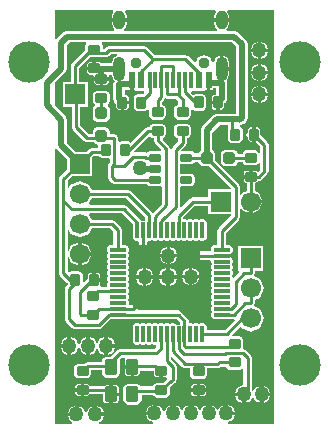
<source format=gtl>
G04 Layer_Physical_Order=1*
G04 Layer_Color=255*
%FSLAX25Y25*%
%MOIN*%
G70*
G01*
G75*
%ADD10C,0.01000*%
G04:AMPARAMS|DCode=11|XSize=11.81mil|YSize=55.12mil|CornerRadius=2.95mil|HoleSize=0mil|Usage=FLASHONLY|Rotation=270.000|XOffset=0mil|YOffset=0mil|HoleType=Round|Shape=RoundedRectangle|*
%AMROUNDEDRECTD11*
21,1,0.01181,0.04921,0,0,270.0*
21,1,0.00591,0.05512,0,0,270.0*
1,1,0.00591,-0.02461,-0.00295*
1,1,0.00591,-0.02461,0.00295*
1,1,0.00591,0.02461,0.00295*
1,1,0.00591,0.02461,-0.00295*
%
%ADD11ROUNDEDRECTD11*%
G04:AMPARAMS|DCode=12|XSize=11.81mil|YSize=55.12mil|CornerRadius=2.95mil|HoleSize=0mil|Usage=FLASHONLY|Rotation=180.000|XOffset=0mil|YOffset=0mil|HoleType=Round|Shape=RoundedRectangle|*
%AMROUNDEDRECTD12*
21,1,0.01181,0.04921,0,0,180.0*
21,1,0.00591,0.05512,0,0,180.0*
1,1,0.00591,-0.00295,0.02461*
1,1,0.00591,0.00295,0.02461*
1,1,0.00591,0.00295,-0.02461*
1,1,0.00591,-0.00295,-0.02461*
%
%ADD12ROUNDEDRECTD12*%
G04:AMPARAMS|DCode=13|XSize=31.5mil|YSize=39.37mil|CornerRadius=4.72mil|HoleSize=0mil|Usage=FLASHONLY|Rotation=90.000|XOffset=0mil|YOffset=0mil|HoleType=Round|Shape=RoundedRectangle|*
%AMROUNDEDRECTD13*
21,1,0.03150,0.02992,0,0,90.0*
21,1,0.02205,0.03937,0,0,90.0*
1,1,0.00945,0.01496,0.01102*
1,1,0.00945,0.01496,-0.01102*
1,1,0.00945,-0.01496,-0.01102*
1,1,0.00945,-0.01496,0.01102*
%
%ADD13ROUNDEDRECTD13*%
G04:AMPARAMS|DCode=14|XSize=51.18mil|YSize=43.31mil|CornerRadius=5.41mil|HoleSize=0mil|Usage=FLASHONLY|Rotation=270.000|XOffset=0mil|YOffset=0mil|HoleType=Round|Shape=RoundedRectangle|*
%AMROUNDEDRECTD14*
21,1,0.05118,0.03248,0,0,270.0*
21,1,0.04035,0.04331,0,0,270.0*
1,1,0.01083,-0.01624,-0.02018*
1,1,0.01083,-0.01624,0.02018*
1,1,0.01083,0.01624,0.02018*
1,1,0.01083,0.01624,-0.02018*
%
%ADD14ROUNDEDRECTD14*%
G04:AMPARAMS|DCode=15|XSize=31.5mil|YSize=39.37mil|CornerRadius=4.72mil|HoleSize=0mil|Usage=FLASHONLY|Rotation=0.000|XOffset=0mil|YOffset=0mil|HoleType=Round|Shape=RoundedRectangle|*
%AMROUNDEDRECTD15*
21,1,0.03150,0.02992,0,0,0.0*
21,1,0.02205,0.03937,0,0,0.0*
1,1,0.00945,0.01102,-0.01496*
1,1,0.00945,-0.01102,-0.01496*
1,1,0.00945,-0.01102,0.01496*
1,1,0.00945,0.01102,0.01496*
%
%ADD15ROUNDEDRECTD15*%
G04:AMPARAMS|DCode=16|XSize=23.62mil|YSize=43.31mil|CornerRadius=3.54mil|HoleSize=0mil|Usage=FLASHONLY|Rotation=270.000|XOffset=0mil|YOffset=0mil|HoleType=Round|Shape=RoundedRectangle|*
%AMROUNDEDRECTD16*
21,1,0.02362,0.03622,0,0,270.0*
21,1,0.01654,0.04331,0,0,270.0*
1,1,0.00709,-0.01811,-0.00827*
1,1,0.00709,-0.01811,0.00827*
1,1,0.00709,0.01811,0.00827*
1,1,0.00709,0.01811,-0.00827*
%
%ADD16ROUNDEDRECTD16*%
G04:AMPARAMS|DCode=17|XSize=39.37mil|YSize=37.4mil|CornerRadius=5.61mil|HoleSize=0mil|Usage=FLASHONLY|Rotation=270.000|XOffset=0mil|YOffset=0mil|HoleType=Round|Shape=RoundedRectangle|*
%AMROUNDEDRECTD17*
21,1,0.03937,0.02618,0,0,270.0*
21,1,0.02815,0.03740,0,0,270.0*
1,1,0.01122,-0.01309,-0.01407*
1,1,0.01122,-0.01309,0.01407*
1,1,0.01122,0.01309,0.01407*
1,1,0.01122,0.01309,-0.01407*
%
%ADD17ROUNDEDRECTD17*%
G04:AMPARAMS|DCode=18|XSize=39.37mil|YSize=37.4mil|CornerRadius=5.61mil|HoleSize=0mil|Usage=FLASHONLY|Rotation=180.000|XOffset=0mil|YOffset=0mil|HoleType=Round|Shape=RoundedRectangle|*
%AMROUNDEDRECTD18*
21,1,0.03937,0.02618,0,0,180.0*
21,1,0.02815,0.03740,0,0,180.0*
1,1,0.01122,-0.01407,0.01309*
1,1,0.01122,0.01407,0.01309*
1,1,0.01122,0.01407,-0.01309*
1,1,0.01122,-0.01407,-0.01309*
%
%ADD18ROUNDEDRECTD18*%
%ADD19R,0.02362X0.05709*%
%ADD20R,0.01181X0.05709*%
%ADD21C,0.01968*%
%ADD22R,0.06693X0.06693*%
%ADD23C,0.06693*%
%ADD24O,0.03937X0.06299*%
%ADD25O,0.03937X0.08268*%
%ADD26R,0.06693X0.06693*%
%ADD27C,0.13780*%
%ADD28C,0.05000*%
%ADD29C,0.03740*%
G36*
X37461Y88792D02*
X38425Y88392D01*
X40630D01*
X40890Y88218D01*
Y87105D01*
X40511Y86725D01*
X40103Y85740D01*
Y82197D01*
X40511Y81212D01*
X41495Y80227D01*
X42480Y79819D01*
X53251D01*
X53378Y79512D01*
X54252Y79150D01*
X57874D01*
X58213Y78924D01*
Y73325D01*
X55210Y70322D01*
X54883Y70387D01*
X47757Y77513D01*
X46772Y77921D01*
X34763D01*
X34030Y79691D01*
X30866Y81002D01*
X27702Y79691D01*
X27238Y78571D01*
X26748Y78669D01*
Y80832D01*
X28309Y82394D01*
X35000D01*
Y88691D01*
X35380Y89071D01*
X37345D01*
X37461Y88792D01*
D02*
G37*
G36*
X82984Y125595D02*
Y103307D01*
X76634D01*
X75278Y102746D01*
X71735Y99202D01*
X71173Y97847D01*
Y91111D01*
X70749Y90936D01*
X70398Y90086D01*
X69111D01*
X68984Y90394D01*
X68110Y90755D01*
X64937D01*
X64730Y91255D01*
X66103Y92629D01*
X66512Y93614D01*
Y95085D01*
X66614D01*
X67578Y95485D01*
X67978Y96449D01*
Y98654D01*
X67578Y99618D01*
X66614Y100017D01*
X63622D01*
X62658Y99618D01*
X62258Y98654D01*
Y96449D01*
X62658Y95485D01*
X63622Y95085D01*
X63725D01*
Y94191D01*
X61771Y92237D01*
X61500Y91584D01*
X61065Y91638D01*
X60992Y91664D01*
X60592Y92631D01*
X58581Y94641D01*
X58699Y95231D01*
X59311Y95485D01*
X59710Y96449D01*
Y98654D01*
X59311Y99618D01*
X58346Y100017D01*
X55354D01*
X54390Y99618D01*
X54111Y98945D01*
X53701D01*
X52715Y98536D01*
X47892Y93713D01*
X46929Y94112D01*
X44724D01*
X44177Y93885D01*
X43677Y94219D01*
Y95189D01*
X43269Y96174D01*
X42283Y96582D01*
X40820D01*
Y97384D01*
X40392Y98416D01*
X39360Y98843D01*
X36742D01*
X35710Y98416D01*
X35283Y97384D01*
Y96582D01*
X33806D01*
X30921Y99467D01*
Y105709D01*
X33465D01*
Y113976D01*
X30724D01*
Y118667D01*
X34199Y122142D01*
X39724D01*
X40710Y122550D01*
X41286Y123126D01*
X43113D01*
X43212Y122626D01*
X42168Y122194D01*
X41420Y120386D01*
Y120138D01*
X37768D01*
X37749Y120183D01*
X37087Y120457D01*
X36181D01*
Y118417D01*
X35591D01*
Y117827D01*
X33157D01*
Y117315D01*
X33432Y116652D01*
X34095Y116377D01*
X35350D01*
X35618Y115976D01*
Y115465D01*
X38051D01*
X40485D01*
Y115976D01*
X40703Y116303D01*
X41420D01*
Y116055D01*
X42168Y114247D01*
X42452Y114130D01*
X42059Y113181D01*
Y108063D01*
X42620Y106707D01*
X43000Y106550D01*
Y105504D01*
X43274Y104841D01*
X43937Y104567D01*
X44449D01*
Y107000D01*
X45039D01*
Y107591D01*
X47079D01*
Y108496D01*
X46805Y109159D01*
X46142Y109434D01*
X45894D01*
Y111264D01*
X46614D01*
Y111232D01*
X47598D01*
Y114480D01*
X48779D01*
Y111232D01*
X49370D01*
Y110839D01*
X52106D01*
X52313Y110339D01*
X51834Y109860D01*
X50236D01*
X49272Y109460D01*
X48873Y108496D01*
Y105504D01*
X49272Y104540D01*
X50236Y104140D01*
X52441D01*
X53405Y104540D01*
X53491Y104746D01*
X53991Y104647D01*
Y102748D01*
X54390Y101784D01*
X55354Y101384D01*
X58346D01*
X59311Y101784D01*
X59710Y102748D01*
Y104953D01*
X59311Y105917D01*
X58346Y106316D01*
X58244D01*
Y107210D01*
X59017Y107983D01*
X59295Y108654D01*
X60000Y108362D01*
X62966D01*
X63725Y107604D01*
Y106316D01*
X63622D01*
X62658Y105917D01*
X62258Y104953D01*
Y102748D01*
X62658Y101784D01*
X63622Y101384D01*
X66614D01*
X67578Y101784D01*
X67978Y102748D01*
Y104508D01*
X68465Y104638D01*
X69429Y104239D01*
X71634D01*
X72598Y104638D01*
X72997Y105602D01*
Y108595D01*
X72598Y109559D01*
X71634Y109958D01*
X69429D01*
X68675Y109646D01*
X67944Y110377D01*
X68136Y110839D01*
X72598D01*
Y111232D01*
X73189D01*
Y114480D01*
X74370D01*
Y111232D01*
X75354D01*
Y111795D01*
X76173D01*
Y109532D01*
X75728D01*
X75065Y109257D01*
X74791Y108595D01*
Y107689D01*
X76831D01*
Y107098D01*
X77421D01*
Y104665D01*
X77933D01*
X78596Y104939D01*
X78871Y105602D01*
Y106764D01*
X79447Y107002D01*
X80008Y108358D01*
Y113713D01*
X79803Y114208D01*
X79899Y114247D01*
X80647Y116055D01*
Y117630D01*
X78091D01*
Y118220D01*
X77500D01*
Y122698D01*
X76283Y122194D01*
X75612Y120575D01*
X75072Y120572D01*
X74396Y122203D01*
X72362Y123046D01*
X70328Y122203D01*
X69674Y120624D01*
X69084Y120506D01*
X67038Y122552D01*
X66053Y122960D01*
X55853D01*
X53308Y125505D01*
X52323Y125913D01*
X40709D01*
X39723Y125505D01*
X39147Y124929D01*
X38450D01*
Y125819D01*
X38114Y126630D01*
X38358Y127130D01*
X81450D01*
X82984Y125595D01*
D02*
G37*
G36*
X52504Y68824D02*
Y67874D01*
X52224Y67687D01*
X51634D01*
X51507Y67634D01*
X50980Y67943D01*
X50946Y68025D01*
X46418Y72552D01*
X45433Y72960D01*
X34280D01*
X34070Y73460D01*
X34763Y75134D01*
X46194D01*
X52504Y68824D01*
D02*
G37*
G36*
X73681Y69894D02*
X81245D01*
X81348Y69394D01*
X77125Y65170D01*
X76717Y64185D01*
Y59451D01*
X75650D01*
X74821Y59108D01*
X74478Y58280D01*
Y57689D01*
X74291Y57409D01*
X71024D01*
Y54622D01*
X74291D01*
X74478Y54343D01*
Y53752D01*
X74763Y53063D01*
X74478Y52374D01*
Y51784D01*
X74763Y51095D01*
X74478Y50406D01*
Y49815D01*
X74763Y49126D01*
X74478Y48437D01*
Y47846D01*
X74763Y47157D01*
X74478Y46468D01*
Y45878D01*
X74763Y45189D01*
X74478Y44500D01*
Y43909D01*
X74763Y43220D01*
X74478Y42531D01*
Y41941D01*
X74763Y41252D01*
X74478Y40563D01*
Y39972D01*
X74763Y39283D01*
X74478Y38594D01*
Y38004D01*
X74763Y37315D01*
X74478Y36626D01*
Y36035D01*
X74821Y35207D01*
X75650Y34864D01*
X80571D01*
X80749Y34937D01*
X82208D01*
X82310Y34813D01*
X82458Y34480D01*
X79206Y31228D01*
X73081D01*
Y32295D01*
X72738Y33124D01*
X71909Y33467D01*
X71319D01*
X70630Y33182D01*
X69941Y33467D01*
X69350D01*
X68661Y33182D01*
X67972Y33467D01*
X67382D01*
X67102Y33654D01*
Y34362D01*
X66694Y35348D01*
X64726Y37316D01*
X63740Y37724D01*
X50562D01*
X50284Y38140D01*
X50350Y38299D01*
X50342Y38319D01*
X48583D01*
Y39693D01*
X47284D01*
X47097Y39972D01*
Y40563D01*
X46812Y41252D01*
X47097Y41941D01*
Y42531D01*
X46812Y43220D01*
X47097Y43909D01*
Y44500D01*
X46812Y45189D01*
X47097Y45878D01*
Y46468D01*
X46812Y47157D01*
X47097Y47846D01*
Y48437D01*
X46812Y49126D01*
X47097Y49815D01*
Y50406D01*
X46812Y51095D01*
X47097Y51784D01*
Y52374D01*
X46812Y53063D01*
X47097Y53752D01*
Y54343D01*
X46812Y55032D01*
X47097Y55721D01*
Y56311D01*
X46812Y57000D01*
X47097Y57689D01*
Y58280D01*
X46754Y59108D01*
X45925Y59451D01*
X44858D01*
Y64480D01*
X44450Y65466D01*
X42403Y67513D01*
X41417Y67921D01*
X34763D01*
X34030Y69691D01*
X34126Y70174D01*
X44856D01*
X48493Y66536D01*
Y62020D01*
X48837Y61191D01*
X49665Y60848D01*
X50256D01*
X50536Y60661D01*
Y59579D01*
X53323D01*
Y60661D01*
X53602Y60848D01*
X54193D01*
X54882Y61133D01*
X55571Y60848D01*
X56161D01*
X56850Y61133D01*
X57539Y60848D01*
X58130D01*
X58819Y61133D01*
X59508Y60848D01*
X60098D01*
X60787Y61133D01*
X61476Y60848D01*
X62067D01*
X62756Y61133D01*
X63445Y60848D01*
X64035D01*
X64724Y61133D01*
X65413Y60848D01*
X66004D01*
X66693Y61133D01*
X67382Y60848D01*
X67972D01*
X68661Y61133D01*
X69350Y60848D01*
X69941D01*
X70630Y61133D01*
X71319Y60848D01*
X71909D01*
X72738Y61191D01*
X73081Y62020D01*
Y66941D01*
X72738Y67770D01*
X71909Y68113D01*
X71319D01*
X70630Y67827D01*
X69941Y68113D01*
X69350D01*
X68661Y67827D01*
X67972Y68113D01*
X67382D01*
X66693Y67827D01*
X66004Y68113D01*
X65413D01*
X65202Y68254D01*
X65171Y68763D01*
X69042Y72634D01*
X73681D01*
Y69894D01*
D02*
G37*
G36*
X42071Y63903D02*
Y59451D01*
X41004D01*
X40175Y59108D01*
X39832Y58280D01*
Y57689D01*
X40117Y57000D01*
X39832Y56311D01*
Y55721D01*
X40117Y55032D01*
X39832Y54343D01*
Y53752D01*
X40117Y53063D01*
X39832Y52374D01*
Y51784D01*
X40117Y51095D01*
X39832Y50406D01*
Y49815D01*
X40117Y49126D01*
X39832Y48437D01*
Y47846D01*
X40117Y47157D01*
X39832Y46468D01*
Y45878D01*
X39645Y45598D01*
X37819D01*
X37485Y46098D01*
X37630Y46449D01*
Y47354D01*
X35591D01*
Y47945D01*
X35000D01*
Y50378D01*
X34488D01*
X33825Y50104D01*
X33551Y49441D01*
Y48663D01*
X32219Y47332D01*
X31757Y47523D01*
Y49441D01*
X31358Y50405D01*
X30394Y50805D01*
X28189D01*
X27226Y50406D01*
X26748Y50884D01*
Y55390D01*
X27248Y55489D01*
X28004Y53665D01*
X30276Y52724D01*
Y56528D01*
Y60331D01*
X28004Y59390D01*
X27248Y57566D01*
X26748Y57665D01*
Y64386D01*
X27238Y64484D01*
X27702Y63364D01*
X30866Y62053D01*
X34030Y63364D01*
X34763Y65134D01*
X40840D01*
X42071Y63903D01*
D02*
G37*
G36*
X33067Y126630D02*
X32731Y125819D01*
Y124560D01*
X32637Y124521D01*
X28345Y120229D01*
X27937Y119244D01*
Y113976D01*
X25197D01*
Y105709D01*
X28134D01*
Y98890D01*
X28542Y97904D01*
X32243Y94204D01*
X33228Y93796D01*
X35603D01*
X35710Y93537D01*
X36681Y93135D01*
X36964Y92895D01*
X37062Y92748D01*
Y91858D01*
X34803D01*
X33818Y91450D01*
X33029Y90661D01*
X29444D01*
X26425Y93680D01*
Y101382D01*
X25864Y102738D01*
X22674Y105928D01*
X22677Y113831D01*
X25864Y117018D01*
X26425Y118374D01*
Y126076D01*
X27479Y127130D01*
X32823D01*
X33067Y126630D01*
D02*
G37*
G36*
X54332Y95624D02*
X54390Y95485D01*
X55354Y95085D01*
X55457D01*
Y94402D01*
X55865Y93416D01*
X58064Y91217D01*
X57932Y90897D01*
X57819Y90755D01*
X54252D01*
X53378Y90394D01*
X53294Y90191D01*
X52719Y90429D01*
X49256D01*
X49049Y90929D01*
X53842Y95722D01*
X54332Y95624D01*
D02*
G37*
G36*
X70322Y87285D02*
X70749Y86253D01*
X71781Y85826D01*
X73987D01*
X81151Y78661D01*
X80944Y78161D01*
X73681D01*
Y75421D01*
X68465D01*
X67479Y75013D01*
X64599Y72132D01*
X64246Y72307D01*
X64149Y72390D01*
Y78924D01*
X64488Y79150D01*
X68110D01*
X68984Y79512D01*
X69346Y80386D01*
Y82039D01*
X68984Y82913D01*
X68110Y83275D01*
X64488D01*
X64149Y83502D01*
Y86404D01*
X64488Y86630D01*
X68110D01*
X68984Y86992D01*
X69111Y87300D01*
X70322D01*
Y87285D01*
D02*
G37*
G36*
X95433Y39D02*
X95417Y0D01*
X80208D01*
X80109Y500D01*
X81900Y1242D01*
X82573Y2866D01*
X79685D01*
Y3457D01*
X79094D01*
Y6344D01*
X77470Y5671D01*
X76982Y4493D01*
X76482D01*
X75994Y5671D01*
X74370Y6344D01*
Y3457D01*
X73189D01*
Y6344D01*
X71565Y5671D01*
X71077Y4493D01*
X70577D01*
X70089Y5671D01*
X68465Y6344D01*
Y3457D01*
X67283D01*
Y6344D01*
X65659Y5671D01*
X65171Y4493D01*
X64671D01*
X64183Y5671D01*
X62559Y6344D01*
Y3457D01*
X61378D01*
Y6344D01*
X59754Y5671D01*
X59089Y4068D01*
X58548D01*
X57884Y5671D01*
X56260Y6344D01*
Y3457D01*
X55669D01*
Y2866D01*
X52782D01*
X53455Y1242D01*
X55246Y500D01*
X55146Y0D01*
X37220D01*
X37121Y500D01*
X38199Y947D01*
X38872Y2571D01*
X35984D01*
Y3161D01*
X35394D01*
Y6049D01*
X33770Y5376D01*
X33085Y3723D01*
X32544D01*
X31900Y5278D01*
X30276Y5951D01*
Y3063D01*
X29685D01*
Y2472D01*
X26798D01*
X27470Y848D01*
X28334Y490D01*
X28237Y0D01*
X22991D01*
X22638Y354D01*
X22669Y91434D01*
X23031Y91506D01*
X23169Y91513D01*
X26732Y87950D01*
Y84758D01*
X24369Y82395D01*
X23961Y81410D01*
Y74323D01*
Y50307D01*
X24369Y49322D01*
X26731Y46960D01*
X26825Y46921D01*
Y46449D01*
X26878Y46321D01*
X26338Y45781D01*
X25929Y44795D01*
Y34953D01*
X26338Y33967D01*
X28306Y31999D01*
X29291Y31591D01*
X37165D01*
X38151Y31999D01*
X41015Y34864D01*
X45925D01*
X46103Y34937D01*
X63163D01*
X64315Y33785D01*
Y33228D01*
X64035Y33041D01*
X63445D01*
X63270Y32969D01*
X62896Y33124D01*
X62067Y33467D01*
X61476D01*
X60787Y33182D01*
X60098Y33467D01*
X59508D01*
X58819Y33182D01*
X58130Y33467D01*
X57539D01*
X56850Y33182D01*
X56161Y33467D01*
X55571D01*
X54882Y33182D01*
X54193Y33467D01*
X53602D01*
X52913Y33182D01*
X52224Y33467D01*
X51634D01*
X50945Y33182D01*
X50256Y33467D01*
X49665D01*
X48837Y33124D01*
X48493Y32295D01*
Y27374D01*
X48837Y26545D01*
X49665Y26202D01*
X50256D01*
X50945Y26487D01*
X51634Y26202D01*
X52224D01*
X52913Y26487D01*
X53602Y26202D01*
X54193D01*
X54882Y26487D01*
X55571Y26202D01*
X56161D01*
X56373Y26061D01*
X56404Y25552D01*
X55683Y24830D01*
X44154D01*
X43168Y24422D01*
X41013Y22267D01*
X39675D01*
X38658Y21846D01*
X38237Y20829D01*
Y20598D01*
X33425D01*
X32440Y20190D01*
X32247Y19997D01*
X30256D01*
X29292Y19598D01*
X28892Y18634D01*
Y16429D01*
X29292Y15465D01*
X30256Y15066D01*
X33248D01*
X34212Y15465D01*
X34612Y16429D01*
Y17811D01*
X38237D01*
Y16793D01*
X38658Y15776D01*
X39675Y15355D01*
X42923D01*
X43940Y15776D01*
X44361Y16793D01*
Y20829D01*
X44114Y21427D01*
X44731Y22043D01*
X45945D01*
X46046Y21544D01*
X45750Y20829D01*
Y19402D01*
X48386D01*
Y18811D01*
X48976D01*
Y15781D01*
X50010D01*
X50726Y16078D01*
X51022Y16793D01*
Y17713D01*
X55289D01*
X55500Y17502D01*
Y16331D01*
X55774Y15668D01*
X56437Y15393D01*
X57342D01*
Y17433D01*
X58524D01*
Y15393D01*
X59429D01*
X59575Y15454D01*
X59858Y15030D01*
X58428Y13600D01*
X56437D01*
X55473Y13201D01*
X55153Y12429D01*
X51177D01*
X51027Y12791D01*
X50010Y13212D01*
X46762D01*
X45745Y12791D01*
X45324Y11774D01*
Y7738D01*
X45745Y6721D01*
X46762Y6300D01*
X50010D01*
X51027Y6721D01*
X51448Y7738D01*
Y9642D01*
X55235D01*
X55473Y9067D01*
X56437Y8668D01*
X59429D01*
X60393Y9067D01*
X60793Y10031D01*
Y12023D01*
X61958Y13188D01*
X62462Y13397D01*
X62855Y13790D01*
X63263Y14776D01*
Y18811D01*
X62855Y19796D01*
X61197Y21455D01*
Y22077D01*
X61659Y22268D01*
X64920Y19007D01*
X65905Y18599D01*
X67531D01*
X67573Y18535D01*
Y16331D01*
X67973Y15367D01*
X68937Y14967D01*
X71929D01*
X72893Y15367D01*
X73293Y16331D01*
Y18535D01*
X73335Y18599D01*
X76929D01*
X77880Y18992D01*
X79702D01*
X79981Y18319D01*
X80945Y17920D01*
X83937D01*
X84901Y18319D01*
X85378Y18164D01*
Y12800D01*
X83376Y11971D01*
X82703Y10346D01*
X85590D01*
Y9756D01*
X86181D01*
Y6868D01*
X87805Y7541D01*
X88293Y8719D01*
X88793D01*
X89281Y7541D01*
X90905Y6868D01*
Y9756D01*
Y12643D01*
X89281Y11971D01*
X88923Y11106D01*
X88347Y11021D01*
X88165Y11239D01*
Y21961D01*
X87757Y22946D01*
X86182Y24521D01*
X85197Y24929D01*
X85094Y25083D01*
X85301Y25583D01*
Y27787D01*
X84901Y28752D01*
X83937Y29151D01*
X81724D01*
X81533Y29613D01*
X84125Y32206D01*
X84615Y32108D01*
X84690Y31927D01*
X87854Y30616D01*
X91018Y31927D01*
X92329Y35091D01*
X91018Y38254D01*
X88858Y39149D01*
X89248Y40091D01*
Y41193D01*
X91018Y41927D01*
X92329Y45091D01*
X91018Y48254D01*
X88858Y49149D01*
X89248Y50091D01*
Y50957D01*
X91988D01*
Y59224D01*
X83720D01*
Y50957D01*
X83852D01*
X84044Y50495D01*
X82197Y48648D01*
X81726Y48741D01*
X81494Y49213D01*
X81743Y49815D01*
Y50406D01*
X81457Y51095D01*
X81743Y51784D01*
Y52374D01*
X81457Y53063D01*
X81743Y53752D01*
Y54343D01*
X81294Y55425D01*
X80787D01*
X80571Y55515D01*
X78110D01*
Y56517D01*
X80571D01*
X80787Y56606D01*
X81294D01*
X81400Y56860D01*
X81743Y57689D01*
Y58280D01*
X81400Y59108D01*
X80571Y59451D01*
X79504D01*
Y63608D01*
X83800Y67904D01*
X84208Y68890D01*
Y71680D01*
X84699Y71777D01*
X84952Y71165D01*
X87224Y70224D01*
Y74028D01*
X87815D01*
Y74618D01*
X91619D01*
X90677Y76890D01*
X89208Y77499D01*
Y80255D01*
X89350D01*
X90013Y80530D01*
X90167Y80902D01*
X90610D01*
X91596Y81310D01*
X93367Y83082D01*
X93775Y84067D01*
Y93024D01*
X93367Y94009D01*
X90977Y96399D01*
Y97866D01*
X90702Y98529D01*
X90039Y98804D01*
X89528D01*
Y96370D01*
Y93907D01*
X90988Y92446D01*
Y90341D01*
X90488Y90241D01*
X90315Y90661D01*
X89350Y91061D01*
X86358D01*
X85394Y90661D01*
X85115Y89988D01*
X83501D01*
X83109Y90936D01*
X82077Y91363D01*
X79262D01*
X78230Y90936D01*
X77802Y89904D01*
Y87285D01*
X78230Y86253D01*
X79262Y85826D01*
X82077D01*
X83109Y86253D01*
X83501Y87201D01*
X85115D01*
X85394Y86528D01*
X86358Y86128D01*
X89350D01*
X90315Y86528D01*
X90488Y86948D01*
X90988Y86848D01*
Y84644D01*
X90340Y83996D01*
X90013Y84061D01*
X89350Y84335D01*
X88445D01*
Y82295D01*
X87854D01*
Y81705D01*
X85421D01*
Y81193D01*
X85695Y80530D01*
X86358Y80255D01*
X86422D01*
Y77499D01*
X84952Y76890D01*
X84699Y76278D01*
X84208Y76376D01*
Y78969D01*
X83800Y79954D01*
X76056Y87698D01*
Y89904D01*
X75629Y90936D01*
X75008Y91193D01*
Y97052D01*
X77428Y99472D01*
X80260D01*
Y98079D01*
X80172Y97866D01*
Y94874D01*
X80571Y93910D01*
X81535Y93510D01*
X83740D01*
X84704Y93910D01*
X85104Y94874D01*
Y97866D01*
X84704Y98830D01*
X84337Y98983D01*
X84323Y99236D01*
X84386Y99503D01*
X85667Y100034D01*
X86257Y100624D01*
X86819Y101980D01*
Y126390D01*
X86257Y127746D01*
X83600Y130403D01*
X82244Y130965D01*
X79766D01*
X79669Y131455D01*
X79899Y131550D01*
X80647Y133358D01*
Y133949D01*
X78091D01*
X75534D01*
Y133358D01*
X76283Y131550D01*
X76512Y131455D01*
X76415Y130965D01*
X45652D01*
X45555Y131455D01*
X45784Y131550D01*
X46533Y133358D01*
Y133949D01*
X43976D01*
X41420D01*
Y133358D01*
X42168Y131550D01*
X42398Y131455D01*
X42300Y130965D01*
X26685D01*
X25329Y130403D01*
X23182Y128256D01*
X22869Y128282D01*
X22682Y128320D01*
X22685Y137795D01*
X41782D01*
X42072Y137295D01*
X41420Y135721D01*
Y135130D01*
X43976D01*
X46533D01*
Y135721D01*
X45881Y137295D01*
X46171Y137795D01*
X75896D01*
X76186Y137295D01*
X75534Y135721D01*
Y135130D01*
X78091D01*
X80647D01*
Y135721D01*
X79995Y137295D01*
X80285Y137795D01*
X95433D01*
Y39D01*
D02*
G37*
%LPC*%
G36*
X40485Y114284D02*
X38642D01*
Y112834D01*
X39547D01*
X40210Y113109D01*
X40485Y113772D01*
Y114284D01*
D02*
G37*
G36*
X37461D02*
X35618D01*
Y113772D01*
X35892Y113109D01*
X36555Y112834D01*
X37461D01*
Y114284D01*
D02*
G37*
G36*
X35000Y120457D02*
X34095D01*
X33432Y120183D01*
X33157Y119520D01*
Y119008D01*
X35000D01*
Y120457D01*
D02*
G37*
G36*
X78681Y122698D02*
Y118811D01*
X80647D01*
Y120386D01*
X79899Y122194D01*
X78681Y122698D01*
D02*
G37*
G36*
X39547Y111041D02*
X36555D01*
X35591Y110641D01*
X35192Y109677D01*
Y107473D01*
X35591Y106508D01*
X35786Y106428D01*
Y105928D01*
X35710Y105896D01*
X35283Y104864D01*
Y102049D01*
X35710Y101017D01*
X36742Y100590D01*
X39360D01*
X40392Y101017D01*
X40820Y102049D01*
Y104864D01*
X40392Y105896D01*
X40317Y105928D01*
Y106428D01*
X40512Y106508D01*
X40911Y107473D01*
Y109677D01*
X40512Y110641D01*
X39547Y111041D01*
D02*
G37*
G36*
X76240Y106508D02*
X74791D01*
Y105602D01*
X75065Y104939D01*
X75728Y104665D01*
X76240D01*
Y106508D01*
D02*
G37*
G36*
X47079Y106410D02*
X45630D01*
Y104567D01*
X46142D01*
X46805Y104841D01*
X47079Y105504D01*
Y106410D01*
D02*
G37*
G36*
X70663Y48437D02*
X68366D01*
Y46140D01*
X69990Y46813D01*
X70524Y48100D01*
X70663Y48437D01*
D02*
G37*
G36*
X53012Y51817D02*
Y49520D01*
X55309D01*
X54636Y51144D01*
X53012Y51817D01*
D02*
G37*
G36*
X51831D02*
X50207Y51144D01*
X49534Y49520D01*
X51831D01*
Y51817D01*
D02*
G37*
G36*
X67185Y48437D02*
X64888D01*
X65561Y46813D01*
X67185Y46140D01*
Y48437D01*
D02*
G37*
G36*
X55309Y48339D02*
X53012D01*
Y46042D01*
X54636Y46714D01*
X55309Y48339D01*
D02*
G37*
G36*
X51831D02*
X49534D01*
X50207Y46714D01*
X51831Y46042D01*
Y48339D01*
D02*
G37*
G36*
X63084D02*
X60787D01*
Y46042D01*
X62412Y46714D01*
X63084Y48339D01*
D02*
G37*
G36*
X59606D02*
X57309D01*
X57982Y46714D01*
X59606Y46042D01*
Y48339D01*
D02*
G37*
G36*
X59803Y55425D02*
X57506D01*
X58179Y53801D01*
X59803Y53128D01*
Y55425D01*
D02*
G37*
G36*
Y58903D02*
X58179Y58231D01*
X57506Y56606D01*
X59803D01*
Y58903D01*
D02*
G37*
G36*
X63281Y55425D02*
X60984D01*
Y53128D01*
X62608Y53801D01*
X63281Y55425D01*
D02*
G37*
G36*
X60787Y51817D02*
Y49520D01*
X63084D01*
X62412Y51144D01*
X60787Y51817D01*
D02*
G37*
G36*
X59606D02*
X57982Y51144D01*
X57309Y49520D01*
X59606D01*
Y51817D01*
D02*
G37*
G36*
X68366Y51915D02*
Y49618D01*
X70663D01*
X70524Y49955D01*
X70467Y50091D01*
X69990Y51242D01*
X68366Y51915D01*
D02*
G37*
G36*
X67185D02*
X65561Y51242D01*
X64888Y49618D01*
X67185D01*
Y51915D01*
D02*
G37*
G36*
X60984Y58903D02*
Y56606D01*
X63281D01*
X62608Y58231D01*
X62490Y58280D01*
X60984Y58903D01*
D02*
G37*
G36*
X36693Y50378D02*
X36181D01*
Y48535D01*
X37630D01*
Y49441D01*
X37356Y50104D01*
X36693Y50378D01*
D02*
G37*
G36*
X34670Y55937D02*
X31457D01*
Y52724D01*
X33729Y53665D01*
X34670Y55937D01*
D02*
G37*
G36*
X31457Y60331D02*
Y57118D01*
X34670D01*
X33729Y59390D01*
X31457Y60331D01*
D02*
G37*
G36*
X40118Y28785D02*
Y26488D01*
X42415D01*
X41742Y28112D01*
X40118Y28785D01*
D02*
G37*
G36*
X33031D02*
X31407Y28112D01*
X30743Y26509D01*
X30202D01*
X29538Y28112D01*
X27913Y28785D01*
Y25898D01*
Y23010D01*
X29538Y23683D01*
X30202Y25287D01*
X30743D01*
X31407Y23683D01*
X33031Y23010D01*
Y25898D01*
Y28785D01*
D02*
G37*
G36*
X38937D02*
X37313Y28112D01*
X36825Y26934D01*
X36325D01*
X35837Y28112D01*
X34213Y28785D01*
Y25898D01*
Y23010D01*
X35837Y23683D01*
X36325Y24861D01*
X36825D01*
X37313Y23683D01*
X38937Y23010D01*
Y25898D01*
Y28785D01*
D02*
G37*
G36*
X26732D02*
X25108Y28112D01*
X24435Y26488D01*
X26732D01*
Y28785D01*
D02*
G37*
G36*
X85000Y9165D02*
X82703D01*
X83376Y7541D01*
X85000Y6868D01*
Y9165D01*
D02*
G37*
G36*
X43935Y9165D02*
X41890D01*
Y6726D01*
X42923D01*
X43639Y7023D01*
X43935Y7738D01*
Y9165D01*
D02*
G37*
G36*
X69842Y10543D02*
X68000D01*
Y10031D01*
X68274Y9369D01*
X68937Y9094D01*
X69842D01*
Y10543D01*
D02*
G37*
G36*
X94384Y9165D02*
X92087D01*
Y6868D01*
X93711Y7541D01*
X94384Y9165D01*
D02*
G37*
G36*
X33248Y13272D02*
X32342D01*
Y11232D01*
Y9192D01*
X33248D01*
X33911Y9467D01*
X34065Y9839D01*
X38663D01*
Y7738D01*
X38960Y7023D01*
X39675Y6726D01*
X40709D01*
Y9756D01*
Y12786D01*
X39675D01*
X39289Y12626D01*
X34065D01*
X33911Y12998D01*
X33248Y13272D01*
D02*
G37*
G36*
X36575Y6049D02*
Y3752D01*
X38872D01*
X38199Y5376D01*
X36575Y6049D01*
D02*
G37*
G36*
X29094Y5951D02*
X27470Y5278D01*
X26798Y3653D01*
X29094D01*
Y5951D01*
D02*
G37*
G36*
X80276Y6344D02*
Y4047D01*
X82573D01*
X81900Y5671D01*
X80276Y6344D01*
D02*
G37*
G36*
X55079D02*
X53455Y5671D01*
X52782Y4047D01*
X55079D01*
Y6344D01*
D02*
G37*
G36*
X72867Y10543D02*
X71024D01*
Y9094D01*
X71929D01*
X72592Y9369D01*
X72867Y10031D01*
Y10543D01*
D02*
G37*
G36*
X47795Y18221D02*
X45750D01*
Y16793D01*
X46046Y16078D01*
X46762Y15781D01*
X47795D01*
Y18221D01*
D02*
G37*
G36*
X31161Y13272D02*
X30256D01*
X29593Y12998D01*
X29318Y12335D01*
Y11823D01*
X31161D01*
Y13272D01*
D02*
G37*
G36*
X42415Y25307D02*
X40118D01*
Y23010D01*
X41742Y23683D01*
X42415Y25307D01*
D02*
G37*
G36*
X26732D02*
X24435D01*
X25108Y23683D01*
X26732Y23010D01*
Y25307D01*
D02*
G37*
G36*
X71929Y13174D02*
X71024D01*
Y11724D01*
X72867D01*
Y12236D01*
X72592Y12899D01*
X71929Y13174D01*
D02*
G37*
G36*
X42923Y12786D02*
X41890D01*
Y10346D01*
X43935D01*
Y11774D01*
X43639Y12489D01*
X42923Y12786D01*
D02*
G37*
G36*
X31161Y10642D02*
X29318D01*
Y10130D01*
X29593Y9467D01*
X30256Y9192D01*
X31161D01*
Y10642D01*
D02*
G37*
G36*
X69842Y13174D02*
X68937D01*
X68274Y12899D01*
X68000Y12236D01*
Y11724D01*
X69842D01*
Y13174D01*
D02*
G37*
G36*
X92087Y12643D02*
Y10346D01*
X94384D01*
X93711Y11971D01*
X92087Y12643D01*
D02*
G37*
G36*
X93596Y116449D02*
X91299D01*
Y114152D01*
X92923Y114825D01*
X93596Y116449D01*
D02*
G37*
G36*
X90118D02*
X87821D01*
X88494Y114825D01*
X90118Y114152D01*
Y116449D01*
D02*
G37*
G36*
X93596Y109165D02*
X91299D01*
Y106868D01*
X92923Y107541D01*
X93596Y109165D01*
D02*
G37*
G36*
X90118D02*
X87821D01*
X88494Y107541D01*
X90118Y106868D01*
Y109165D01*
D02*
G37*
G36*
X91299Y112643D02*
Y110346D01*
X93596D01*
X92923Y111971D01*
X91299Y112643D01*
D02*
G37*
G36*
X90118D02*
X88494Y111971D01*
X87821Y110346D01*
X90118D01*
Y112643D01*
D02*
G37*
G36*
X93596Y123831D02*
X91299D01*
Y121534D01*
X92923Y122206D01*
X93596Y123831D01*
D02*
G37*
G36*
X90118D02*
X87821D01*
X88494Y122206D01*
X90118Y121534D01*
Y123831D01*
D02*
G37*
G36*
X91299Y127309D02*
Y125012D01*
X93596D01*
X92923Y126636D01*
X91299Y127309D01*
D02*
G37*
G36*
X90118D02*
X88494Y126636D01*
X87821Y125012D01*
X90118D01*
Y127309D01*
D02*
G37*
G36*
X91299Y119927D02*
Y117630D01*
X93596D01*
X92923Y119254D01*
X91299Y119927D01*
D02*
G37*
G36*
X90118D02*
X88494Y119254D01*
X87821Y117630D01*
X90118D01*
Y119927D01*
D02*
G37*
G36*
X88346Y98804D02*
X87835D01*
X87172Y98529D01*
X86897Y97866D01*
Y97408D01*
X86771Y97355D01*
X86362Y96370D01*
X86771Y95385D01*
X86897Y95332D01*
Y94874D01*
X87172Y94211D01*
X87835Y93937D01*
X88346D01*
Y96370D01*
Y98804D01*
D02*
G37*
G36*
X87264Y84335D02*
X86358D01*
X85695Y84061D01*
X85421Y83398D01*
Y82886D01*
X87264D01*
Y84335D01*
D02*
G37*
G36*
X91619Y73437D02*
X88406D01*
Y70224D01*
X90677Y71165D01*
X91619Y73437D01*
D02*
G37*
%LPD*%
D10*
X13740Y120386D02*
X14173Y121431D01*
X51929Y55445D02*
Y64480D01*
X69075Y56016D02*
X78110D01*
X43465Y38299D02*
X48957D01*
X50551Y106606D02*
X54094Y110150D01*
X68957Y107394D02*
X70236D01*
X65905Y110445D02*
X68957Y107394D01*
X65905Y110445D02*
Y114480D01*
X58925Y68524D02*
X62756Y72354D01*
X58852Y68524D02*
X58925D01*
X57925Y67597D02*
X58852Y68524D01*
X57925Y67524D02*
Y67597D01*
X57835Y67433D02*
X57925Y67524D01*
X46772Y76528D02*
X53898Y69402D01*
Y64480D02*
Y69402D01*
X40709Y124520D02*
X52323D01*
X39724Y123535D02*
X40709Y124520D01*
X82835Y47315D02*
X85610Y50091D01*
X82835Y39972D02*
Y47315D01*
X81161Y38299D02*
X82835Y39972D01*
X70630Y19992D02*
X76929D01*
X65905D02*
X70630D01*
X70433Y19795D02*
X70630Y19992D01*
X70433Y17433D02*
Y19795D01*
X82815Y68890D02*
Y78969D01*
X73189Y88595D02*
X82815Y78969D01*
X57933Y11134D02*
X61181Y14382D01*
X61476D01*
X57835Y11035D02*
X57933Y11134D01*
X61476Y14382D02*
X61870Y14776D01*
Y18811D01*
X59803Y20878D02*
X61870Y18811D01*
X59803Y20878D02*
Y29835D01*
X57835Y25012D02*
Y29835D01*
X56260Y23437D02*
X57835Y25012D01*
X44154Y23437D02*
X56260D01*
X41299Y20583D02*
X44154Y23437D01*
X41299Y18811D02*
Y20583D01*
X55866Y19106D02*
X57539Y17433D01*
X48681Y19106D02*
X55866D01*
X48386Y18811D02*
X48681Y19106D01*
X57539Y17433D02*
X57933D01*
X49665Y11035D02*
X57835D01*
X48386Y9756D02*
X49665Y11035D01*
X39823Y11232D02*
X41299Y9756D01*
X31752Y11232D02*
X39823D01*
X33425Y19205D02*
X40905D01*
X31752Y17531D02*
X33425Y19205D01*
X87854Y82295D02*
X90610D01*
X92382Y84067D01*
Y93024D01*
X89035Y96370D02*
X92382Y93024D01*
X78110Y38299D02*
X81161D01*
X85610Y50091D02*
X87854D01*
Y55091D01*
X78110Y36331D02*
X82256D01*
X86016Y40091D01*
X87854D01*
Y45091D01*
X85039Y35091D02*
X87854D01*
X79783Y29835D02*
X85039Y35091D01*
X71614Y29835D02*
X79783D01*
X78110Y64185D02*
X82815Y68890D01*
X78110Y57984D02*
Y64185D01*
X83819Y100898D02*
X84311Y101390D01*
X87815Y82256D02*
X87854Y82295D01*
X70236Y107394D02*
X70531Y107098D01*
X76831D02*
X78091Y108358D01*
X80669Y88595D02*
X87854D01*
X66299Y88693D02*
X73091D01*
X38051Y103457D02*
Y108575D01*
X46890Y113181D02*
X48189Y114480D01*
X25354Y81410D02*
X30472Y86528D01*
X53701Y97551D02*
X56850D01*
X43976Y108063D02*
X45039Y107000D01*
X42480Y81213D02*
X56063D01*
X41496Y82197D02*
X42480Y81213D01*
X53061Y88693D02*
X56063D01*
X57835Y64480D02*
Y67433D01*
X55866Y64480D02*
Y69008D01*
X59606Y72748D01*
X63543Y109756D02*
X63937Y109362D01*
X60000Y109756D02*
X63543D01*
X60000D02*
Y114480D01*
X58031D02*
Y119205D01*
X61968D01*
Y114480D02*
Y119205D01*
X65118Y103850D02*
Y108181D01*
X63937Y109362D02*
X65118Y108181D01*
X63937Y109362D02*
Y114480D01*
X56850Y103850D02*
Y107787D01*
X58031Y108968D01*
Y114480D01*
X43465Y57984D02*
Y64480D01*
X41417Y66528D02*
X43465Y64480D01*
X30866Y66528D02*
X41417D01*
X49961Y64480D02*
Y67039D01*
X45433Y71567D02*
X49961Y67039D01*
X28110Y71567D02*
X45433D01*
X54094Y110150D02*
Y114480D01*
X43976Y113181D02*
Y118220D01*
X65709Y25954D02*
Y29835D01*
X40512Y36331D02*
X43465D01*
X27716Y47945D02*
X29291D01*
X25354Y50307D02*
X27716Y47945D01*
X25354Y50307D02*
Y74323D01*
X30472Y86528D02*
X30866D01*
X25354Y74323D02*
Y81410D01*
Y74323D02*
X28110Y71567D01*
X37165Y32984D02*
X40512Y36331D01*
X29291Y32984D02*
X37165D01*
X27323Y34953D02*
X29291Y32984D01*
X27323Y34953D02*
Y44795D01*
X29291Y46764D01*
Y47945D01*
X31260Y36134D02*
X35197D01*
X30866Y36528D02*
X31260Y36134D01*
X30866Y36528D02*
Y44008D01*
X34803Y47945D01*
X35591D01*
X35197Y36134D02*
X37362Y38299D01*
X43465D01*
X35197Y42433D02*
X36968Y44205D01*
X43465D01*
X40905Y19205D02*
X41299Y18811D01*
X47795Y9756D02*
X48386D01*
X73779Y114480D02*
X74547Y113713D01*
X77323Y20386D02*
X82441D01*
X76929Y19992D02*
X77323Y20386D01*
X61772Y24126D02*
Y29835D01*
Y24126D02*
X65905Y19992D01*
X30866Y76528D02*
X46772D01*
X65709Y29835D02*
Y34362D01*
X63740Y36331D02*
X65709Y34362D01*
X43465Y36331D02*
X63740D01*
X81260Y25504D02*
X82441Y26685D01*
X66159Y25504D02*
X81260D01*
X65709Y25954D02*
X66159Y25504D01*
X87756Y96370D02*
X88937D01*
X89035D01*
X81653Y97354D02*
X82638Y96370D01*
X81653Y97354D02*
Y101390D01*
X34803Y90465D02*
X38346D01*
X30866Y86528D02*
X34803Y90465D01*
X52719Y89035D02*
X53061Y88693D01*
X41496Y82197D02*
Y85740D01*
X70630Y114480D02*
Y116990D01*
X51339Y114480D02*
Y117436D01*
X52323Y124520D02*
X54882Y121961D01*
Y121567D02*
X66053D01*
X70630Y116990D01*
X51339Y117436D02*
X54882Y120979D01*
Y121567D01*
Y121961D01*
X48728Y89035D02*
X52719D01*
X41496Y85740D02*
X42283Y86528D01*
X45433Y85740D02*
X48728Y89035D01*
X42283Y93583D02*
Y95189D01*
Y93583D02*
X42390Y93477D01*
Y88921D02*
Y93477D01*
X42283Y88814D02*
X42390Y88921D01*
X42283Y86528D02*
Y88814D01*
X63740Y24913D02*
Y29835D01*
Y24913D02*
X65512Y23142D01*
X79291D01*
X79685Y23535D01*
X85197D01*
X86772Y21961D01*
Y10937D02*
Y21961D01*
X85590Y9756D02*
X86772Y10937D01*
X65118Y93614D02*
Y97551D01*
X62756Y72354D02*
Y91252D01*
X65118Y93614D01*
X46614Y90465D02*
X53701Y97551D01*
X59606Y72748D02*
Y91646D01*
X56850Y94402D02*
Y97551D01*
Y94402D02*
X59606Y91646D01*
X63740Y64480D02*
Y69303D01*
X68465Y74028D01*
X87815D02*
Y82256D01*
X68465Y74028D02*
X77815D01*
X41496Y85740D02*
X45433D01*
X29331Y109843D02*
Y119244D01*
X33622Y123535D01*
X29528Y98890D02*
X33228Y95189D01*
X29528Y98890D02*
Y109252D01*
X33228Y95189D02*
X42283D01*
X33622Y123535D02*
X39724D01*
D11*
X43465Y36331D02*
D03*
Y38299D02*
D03*
Y40268D02*
D03*
Y42236D02*
D03*
Y44205D02*
D03*
Y46173D02*
D03*
Y48142D02*
D03*
Y50110D02*
D03*
Y52079D02*
D03*
Y54047D02*
D03*
Y56016D02*
D03*
Y57984D02*
D03*
X78110D02*
D03*
Y56016D02*
D03*
Y54047D02*
D03*
Y52079D02*
D03*
Y50110D02*
D03*
Y48142D02*
D03*
Y46173D02*
D03*
Y44205D02*
D03*
Y42236D02*
D03*
Y40268D02*
D03*
Y38299D02*
D03*
Y36331D02*
D03*
D12*
X49961Y64480D02*
D03*
X51929D02*
D03*
X53898D02*
D03*
X55866D02*
D03*
X57835D02*
D03*
X59803D02*
D03*
X61772D02*
D03*
X63740D02*
D03*
X65709D02*
D03*
X67677D02*
D03*
X69646D02*
D03*
X71614D02*
D03*
Y29835D02*
D03*
X69646D02*
D03*
X67677D02*
D03*
X65709D02*
D03*
X63740D02*
D03*
X61772D02*
D03*
X59803D02*
D03*
X57835D02*
D03*
X55866D02*
D03*
X53898D02*
D03*
X51929D02*
D03*
X49961D02*
D03*
D13*
X57933Y17433D02*
D03*
Y11134D02*
D03*
X31752Y11232D02*
D03*
Y17531D02*
D03*
X65118Y97551D02*
D03*
Y103850D02*
D03*
X56850Y97551D02*
D03*
Y103850D02*
D03*
X38051Y108575D02*
D03*
Y114874D02*
D03*
X87854Y88595D02*
D03*
Y82295D02*
D03*
X82441Y26685D02*
D03*
Y20386D02*
D03*
X70433Y17433D02*
D03*
Y11134D02*
D03*
X35197Y42433D02*
D03*
Y36134D02*
D03*
X35591Y124717D02*
D03*
Y118417D02*
D03*
D14*
X41299Y9756D02*
D03*
Y18811D02*
D03*
X48386Y9756D02*
D03*
Y18811D02*
D03*
D15*
X51339Y107000D02*
D03*
X45039D02*
D03*
X70531Y107098D02*
D03*
X76831D02*
D03*
X39528Y91252D02*
D03*
X45827D02*
D03*
X29291Y47945D02*
D03*
X35591D02*
D03*
X82638Y96370D02*
D03*
X88937D02*
D03*
D16*
X56063Y88693D02*
D03*
Y81213D02*
D03*
Y84953D02*
D03*
X66299Y88693D02*
D03*
Y81213D02*
D03*
D17*
X38051Y95976D02*
D03*
Y103457D02*
D03*
D18*
X73189Y88595D02*
D03*
X80669D02*
D03*
D19*
X73779Y114480D02*
D03*
X70630D02*
D03*
X51339D02*
D03*
X48189D02*
D03*
D20*
X61968D02*
D03*
X63937D02*
D03*
X65905D02*
D03*
X67874D02*
D03*
X60000D02*
D03*
X56063D02*
D03*
X54094D02*
D03*
X58031D02*
D03*
D21*
X82244Y129047D02*
X84902Y126390D01*
Y101980D02*
Y126390D01*
X84311Y101390D02*
X84902Y101980D01*
X73091Y88693D02*
Y97847D01*
X76634Y101390D01*
X78091Y108358D02*
Y113713D01*
X38051Y114874D02*
Y117138D01*
X36968Y118220D02*
X43976D01*
Y108063D02*
Y113181D01*
X76634Y101390D02*
X81653D01*
X84311D01*
X24508Y92886D02*
X30866Y86528D01*
X19783Y106106D02*
Y113650D01*
X24508Y126870D02*
X26685Y129047D01*
X82244D01*
X19783Y106106D02*
X24508Y101382D01*
Y92886D02*
Y101382D01*
X19783Y113650D02*
X24508Y118374D01*
Y126870D01*
X50748Y84953D02*
X56063D01*
X43976Y113181D02*
X46890D01*
X74547Y113713D02*
X78091D01*
D22*
X30866Y86528D02*
D03*
X87854Y55091D02*
D03*
X29331Y109843D02*
D03*
D23*
X30866Y76528D02*
D03*
Y66528D02*
D03*
Y56528D02*
D03*
X87854Y35091D02*
D03*
Y45091D02*
D03*
X87815Y74028D02*
D03*
D24*
X43976Y134539D02*
D03*
X78091D02*
D03*
D25*
X43976Y118220D02*
D03*
X78091D02*
D03*
D26*
X77815Y74028D02*
D03*
D27*
X104291Y120386D02*
D03*
Y19685D02*
D03*
X13740D02*
D03*
Y120386D02*
D03*
D28*
X67776Y49028D02*
D03*
X60394Y56016D02*
D03*
X60197Y48929D02*
D03*
X52421D02*
D03*
X90709Y124421D02*
D03*
X39528Y25898D02*
D03*
X33622D02*
D03*
X90709Y109756D02*
D03*
Y117039D02*
D03*
X35984Y3161D02*
D03*
X61968Y3457D02*
D03*
X79685D02*
D03*
X50748Y85248D02*
D03*
X73779Y3457D02*
D03*
X67874D02*
D03*
X55669D02*
D03*
X29685Y3063D02*
D03*
X27323Y25898D02*
D03*
X91496Y9756D02*
D03*
X85590D02*
D03*
D29*
X72362Y120169D02*
D03*
X49606D02*
D03*
M02*

</source>
